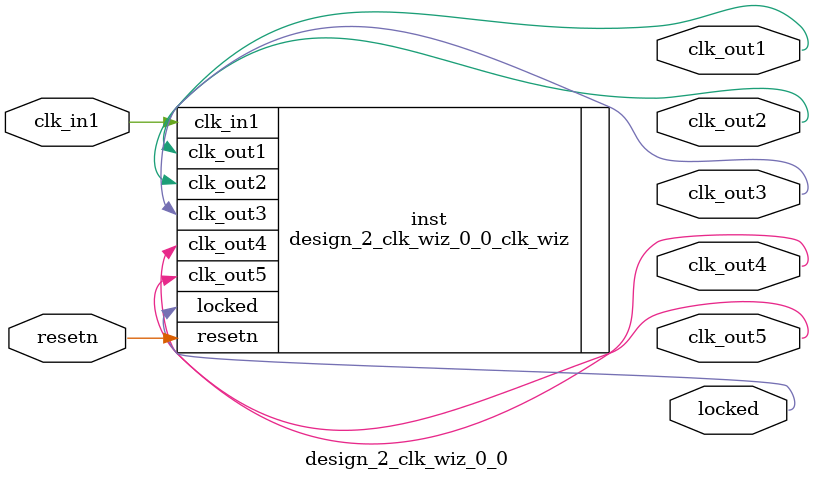
<source format=v>


`timescale 1ps/1ps

(* CORE_GENERATION_INFO = "design_2_clk_wiz_0_0,clk_wiz_v6_0_9_0_0,{component_name=design_2_clk_wiz_0_0,use_phase_alignment=true,use_min_o_jitter=true,use_max_i_jitter=false,use_dyn_phase_shift=false,use_inclk_switchover=false,use_dyn_reconfig=false,enable_axi=0,feedback_source=FDBK_AUTO,PRIMITIVE=MMCM,num_out_clk=5,clkin1_period=10.000,clkin2_period=10.000,use_power_down=false,use_reset=true,use_locked=true,use_inclk_stopped=false,feedback_type=SINGLE,CLOCK_MGR_TYPE=NA,manual_override=false}" *)

module design_2_clk_wiz_0_0 
 (
  // Clock out ports
  output        clk_out1,
  output        clk_out2,
  output        clk_out3,
  output        clk_out4,
  output        clk_out5,
  // Status and control signals
  input         resetn,
  output        locked,
 // Clock in ports
  input         clk_in1
 );

  design_2_clk_wiz_0_0_clk_wiz inst
  (
  // Clock out ports  
  .clk_out1(clk_out1),
  .clk_out2(clk_out2),
  .clk_out3(clk_out3),
  .clk_out4(clk_out4),
  .clk_out5(clk_out5),
  // Status and control signals               
  .resetn(resetn), 
  .locked(locked),
 // Clock in ports
  .clk_in1(clk_in1)
  );

endmodule

</source>
